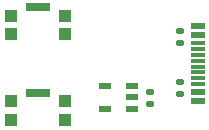
<source format=gbr>
%TF.GenerationSoftware,KiCad,Pcbnew,7.0.5-7.0.5~ubuntu22.04.1*%
%TF.CreationDate,2023-07-07T08:35:14+08:00*%
%TF.ProjectId,usb_programmer,7573625f-7072-46f6-9772-616d6d65722e,rev?*%
%TF.SameCoordinates,PX37a6d38PY343e060*%
%TF.FileFunction,Paste,Top*%
%TF.FilePolarity,Positive*%
%FSLAX46Y46*%
G04 Gerber Fmt 4.6, Leading zero omitted, Abs format (unit mm)*
G04 Created by KiCad (PCBNEW 7.0.5-7.0.5~ubuntu22.04.1) date 2023-07-07 08:35:14*
%MOMM*%
%LPD*%
G01*
G04 APERTURE LIST*
G04 Aperture macros list*
%AMRoundRect*
0 Rectangle with rounded corners*
0 $1 Rounding radius*
0 $2 $3 $4 $5 $6 $7 $8 $9 X,Y pos of 4 corners*
0 Add a 4 corners polygon primitive as box body*
4,1,4,$2,$3,$4,$5,$6,$7,$8,$9,$2,$3,0*
0 Add four circle primitives for the rounded corners*
1,1,$1+$1,$2,$3*
1,1,$1+$1,$4,$5*
1,1,$1+$1,$6,$7*
1,1,$1+$1,$8,$9*
0 Add four rect primitives between the rounded corners*
20,1,$1+$1,$2,$3,$4,$5,0*
20,1,$1+$1,$4,$5,$6,$7,0*
20,1,$1+$1,$6,$7,$8,$9,0*
20,1,$1+$1,$8,$9,$2,$3,0*%
G04 Aperture macros list end*
%ADD10R,1.143000X0.609600*%
%ADD11R,1.143000X0.304800*%
%ADD12R,1.000000X1.100000*%
%ADD13R,2.000000X0.700000*%
%ADD14R,1.045000X0.532000*%
%ADD15RoundRect,0.135000X0.185000X-0.135000X0.185000X0.135000X-0.185000X0.135000X-0.185000X-0.135000X0*%
%ADD16RoundRect,0.135000X-0.185000X0.135000X-0.185000X-0.135000X0.185000X-0.135000X0.185000X0.135000X0*%
G04 APERTURE END LIST*
D10*
%TO.C,J1*%
X23941801Y-9200001D03*
X23941801Y-8400000D03*
D11*
X23941801Y-7250000D03*
X23941801Y-6250000D03*
X23941801Y-5750000D03*
X23941801Y-4750000D03*
D10*
X23941801Y-3600000D03*
X23941801Y-2800001D03*
D11*
X23941801Y-4249940D03*
X23941801Y-5249941D03*
X23941801Y-6749940D03*
X23941801Y-7749941D03*
%TD*%
D12*
%TO.C,SW1*%
X8145000Y-9208500D03*
X12745000Y-9208500D03*
X8145000Y-10808500D03*
X12745000Y-10808500D03*
D13*
X10445000Y-8484500D03*
%TD*%
D14*
%TO.C,U1*%
X18430000Y-9810000D03*
X18430000Y-8860000D03*
X18430000Y-7910000D03*
X16134000Y-7910000D03*
X16134000Y-9810000D03*
%TD*%
D15*
%TO.C,R2*%
X22425000Y-4230000D03*
X22425000Y-3210000D03*
%TD*%
D16*
%TO.C,R3*%
X22425000Y-7540001D03*
X22425000Y-8560001D03*
%TD*%
D12*
%TO.C,SW3*%
X8135000Y-1935000D03*
X12735000Y-1935000D03*
X8135000Y-3535000D03*
X12735000Y-3535000D03*
D13*
X10435000Y-1211000D03*
%TD*%
D15*
%TO.C,R1*%
X19917000Y-9454049D03*
X19917000Y-8434049D03*
%TD*%
M02*

</source>
